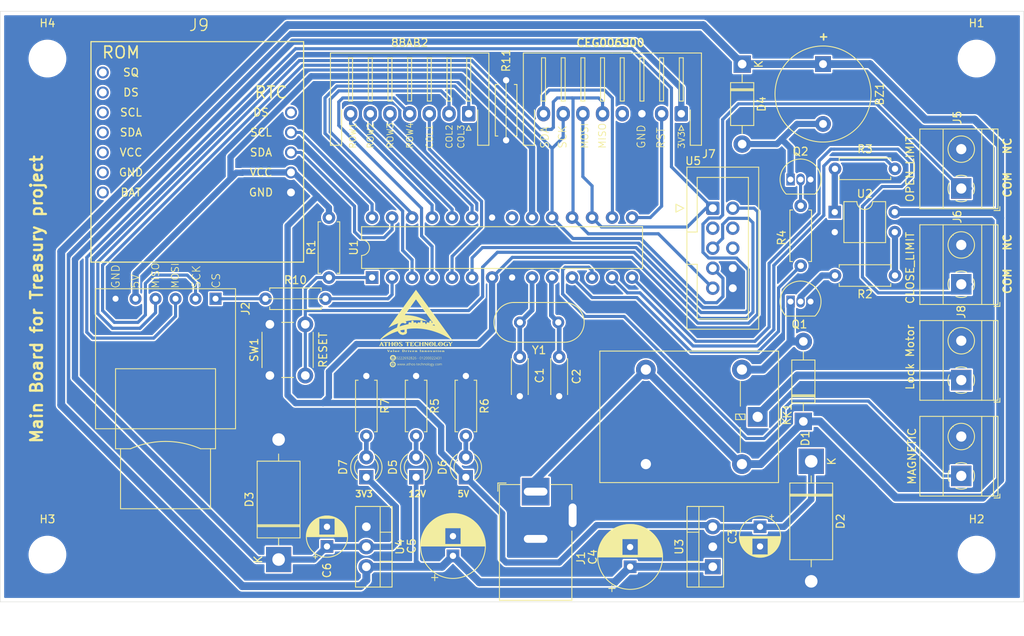
<source format=kicad_pcb>
(kicad_pcb (version 20240108) (generator "pcbnew") (generator_version "8.0")
  (layers (0 "F.Cu" signal) (31 "B.Cu" signal) (34 "B.Paste" user) (35 "F.Paste" user) (36 "B.SilkS" user "B.Silkscreen") (37 "F.SilkS" user "F.Silkscreen") (38 "B.Mask" user) (39 "F.Mask" user) (44 "Edge.Cuts" user))
  (net 0 "")
  (net 1 "+12V")
  (net 2 "+5V")
  (net 3 "GND")
  (net 4 "+3.3V")
  (net 5 "/MISO")
  (net 6 "/MOSI")
  (net 7 "/ROW4")
  (net 8 "/ROW2")
  (net 9 "/COL1")
  (net 10 "/COL2")
  (net 11 "/ROW1")
  (net 12 "/ROW3")
  (net 13 "/COL3")
  (net 14 "Net-(Q1-B)")
  (net 16 "Net-(U1-XTAL1{slash}PB6)")
  (net 17 "Net-(U1-XTAL2{slash}PB7)")
  (net 18 "Net-(R3-Pad2)")
  (net 19 "/RELAY")
  (net 20 "Net-(BZ1--)")
  (net 21 "/SPI_SCK")
  (net 22 "/SD_CS")
  (net 23 "/I2C_SCL")
  (net 24 "/I2C_SDA")
  (net 25 "/CLOSED_PROXIMITY")
  (net 26 "/OPEN_LIMIT")
  (net 27 "/CLOSE_LIMIT")
  (net 28 "Net-(Q2-B)")
  (net 29 "/BUZZER")
  (net 30 "/RFID_RST")
  (net 31 "/SPI_SDA")
  (net 32 "/RESET")
  (net 37 "Net-(D5-K)")
  (net 38 "Net-(D6-K)")
  (net 39 "Net-(D7-K)")
  (net 42 "Net-(J8-Pin_1)")
  (net 49 "Net-(R2-Pad1)")
  (net 50 "Net-(D1-A)")
  (footprint "Capacitor_THT:CP_Radial_D8.0mm_P2.50mm" (layer "F.Cu") (at 142.5 134.54 90)
    (property "Reference" "C4")
    (property "Value" "100uf")
  )
  (footprint "Relay_THT:Relay_SPDT_Omron-G5LE-1" (layer "F.Cu") (at 158.7 115.5 -90)
    (property "Reference" "K1")
    (property "Value" "G5LE-1")
  )
  (footprint "LED_THT:LED_D3.0mm" (layer "F.Cu") (at 115.320375 123.17 90)
    (property "Reference" "D5")
    (property "Value" "LED")
  )
  (footprint "TerminalBlock_Phoenix:TerminalBlock_Phoenix_MKDS-1,5-2_1x02_P5.00mm_Horizontal" (layer "F.Cu") (at 184.555 123 90)
    (property "Reference" "MAGNETIC")
    (property "Value" "CLOSE_LIMIT")
  )
  (footprint "Capacitor_THT:CP_Radial_D5.0mm_P2.50mm" (layer "F.Cu") (at 104 131.96 90)
    (property "Reference" "C6")
    (property "Value" "10uf")
  )
  (footprint "Crystal:Crystal_HC49-4H_Vertical" (layer "F.Cu") (at 133.38 103.5 180)
    (property "Reference" "Y1")
    (property "Value" "Crystal")
  )
  (footprint "Connector_BarrelJack:BarrelJack_Horizontal" (layer "F.Cu") (at 130.5 125 90)
    (property "Reference" "J1")
    (property "Value" "Barrel_Jack_Switch")
  )
  (footprint "Resistor_THT:R_Axial_DIN0207_L6.3mm_D2.5mm_P7.62mm_Horizontal" (layer "F.Cu") (at 109 110.31 -90)
    (property "Reference" "R7")
    (property "Value" "100")
  )
  (footprint "Capacitor_THT:C_Disc_D4.3mm_W1.9mm_P5.00mm" (layer "F.Cu") (at 128.49 107.88 -90)
    (property "Reference" "C1")
    (property "Value" "C")
  )
  (footprint "Resistor_THT:R_Axial_DIN0207_L6.3mm_D2.5mm_P7.62mm_Horizontal" (layer "F.Cu") (at 104.25 97.81 90)
    (property "Reference" "R1")
    (property "Value" "R")
  )
  (footprint "Diode_THT:D_DO-41_SOD81_P10.16mm_Horizontal" (layer "F.Cu") (at 164.5 116.08 90)
    (property "Reference" "D1")
    (property "Value" "1N4007")
  )
  (footprint "MountingHole:MountingHole_4.3mm_M4_ISO14580" (layer "F.Cu") (at 68.5 133)
    (property "Reference" "H3")
    (property "Value" "MountingHole")
  )
  (footprint "TerminalBlock_Phoenix:TerminalBlock_Phoenix_MKDS-1,5-2_1x02_P5.00mm_Horizontal" (layer "F.Cu") (at 184.555 98.666666 90)
    (property "Reference" "J6")
    (property "Value" "CLOSE_LIMIT")
  )
  (footprint "Package_TO_SOT_THT:TO-92_Inline" (layer "F.Cu") (at 162.875 100.86)
    (property "Reference" "Q1")
    (property "Value" "BC337")
  )
  (footprint "MountingHole:MountingHole_4.3mm_M4_ISO14580" (layer "F.Cu") (at 68.5 70)
    (property "Reference" "H4")
    (property "Value" "MountingHole")
  )
  (footprint "Diode_THT:D_DO-201AD_P15.24mm_Horizontal" (layer "F.Cu") (at 97.85925 133.62 90)
    (property "Reference" "D3")
    (property "Value" "1N5822")
  )
  (footprint "Package_TO_SOT_THT:TO-220-3_Vertical" (layer "F.Cu") (at 109 129.46 -90)
    (property "Reference" "U4")
    (property "Value" "LD1117S33TR_SOT223")
  )
  (footprint "Button_Switch_THT:SW_PUSH_6mm" (layer "F.Cu") (at 96.75 110.25 90)
    (property "Reference" "SW1")
    (property "Value" "SW_Push")
  )
  (footprint "Resistor_THT:R_Axial_DIN0207_L6.3mm_D2.5mm_P7.62mm_Horizontal" (layer "F.Cu") (at 121.64075 110.31 -90)
    (property "Reference" "R6")
    (property "Value" "330")
  )
  (footprint "Resistor_THT:R_Axial_DIN0207_L6.3mm_D2.5mm_P7.62mm_Horizontal" (layer "F.Cu") (at 96.19 100.5)
    (property "Reference" "R10")
    (property "Value" "0")
  )
  (footprint "Capacitor_THT:CP_Radial_D8.0mm_P2.50mm" (layer "F.Cu") (at 120 133.152651 90)
    (property "Reference" "C5")
    (property "Value" "100uf")
  )
  (footprint "LED_THT:LED_D3.0mm" (layer "F.Cu") (at 121.64075 123.17 90)
    (property "Reference" "D6")
    (property "Value" "LED")
  )
  (footprint "Buzzer_Beeper:Buzzer_12x9.5RM7.6" (layer "F.Cu") (at 167 70.7 -90)
    (property "Reference" "BZ1")
    (property "Value" "Buzzer")
  )
  (footprint "Diode_THT:D_DO-41_SOD81_P10.16mm_Horizontal" (layer "F.Cu") (at 156.73 70.7 -90)
    (property "Reference" "D4")
    (property "Value" "1N4007")
  )
  (footprint "Resistor_THT:R_Axial_DIN0207_L6.3mm_D2.5mm_P7.62mm_Horizontal" (layer "F.Cu") (at 115.320375 110.31 -90)
    (property "Reference" "R5")
    (property "Value" "1k")
  )
  (footprint "TerminalBlock_Phoenix:TerminalBlock_Phoenix_MKDS-1,5-2_1x02_P5.00mm_Horizontal" (layer "F.Cu") (at 184.555 86.5 90)
    (property "Reference" "J5")
    (property "Value" "OPEN_LIMIT")
  )
  (footprint "Diode_THT:D_DO-201AD_P15.24mm_Horizontal" (layer "F.Cu") (at 165.5 121.15 -90)
    (property "Reference" "D2")
    (property "Value" "1N5822")
  )
  (footprint "Connector_JST:JST_XH_S8B-XH-A-1_1x08_P2.50mm_Horizontal" (layer "F.Cu") (at 149 77 180)
    (property "Reference" "U5")
    (property "Value" "CEG006900")
  )
  (footprint "Connector_IDC:IDC-Header_2x05_P2.54mm_Vertical" (layer "F.Cu") (at 153 89)
    (property "Reference" "J7")
    (property "Value" "ISP")
  )
  (footprint "Capacitor_THT:CP_Radial_D5.0mm_P2.50mm" (layer "F.Cu") (at 159 129.46 -90)
    (property "Reference" "C3")
    (property "Value" "10uf")
  )
  (footprint "Resistor_THT:R_Axial_DIN0207_L6.3mm_D2.5mm_P7.62mm_Horizontal" (layer "F.Cu") (at 164.165 96.31 90)
    (property "Reference" "R4")
    (property "Value" "1k")
  )
  (footprint "CrumpPrints.pretty-master:Tiny_RTC_DS1307" (layer "F.Cu") (at 88 84.42)
    (property "Reference" "J9")
    (property "Value" "Conn_01x12_Pin" (hide yes))
  )
  (footprint "MountingHole:MountingHole_4.3mm_M4_ISO14580" (layer "F.Cu") (at 186.5 70)
    (property "Reference" "H1")
    (property "Value" "MountingHole")
  )
  (footprint "Package_DIP:DIP-28_W7.62mm" (layer "F.Cu") (at 109.73 97.81 90)
    (property "Reference" "U1")
    (property "Value" "ATmega328-P")
  )
  (footprint "Package_DIP:DIP-4_W7.62mm" (layer "F.Cu") (at 168.49 89.5)
    (property "Reference" "U2")
    (property "Value" "PC817")
  )
  (footprint "LED_THT:LED_D3.0mm" (layer "F.Cu") (at 109 123.17 90)
    (property "Reference" "D7")
    (property "Value" "LED")
  )
  (footprint "TerminalBlock_Phoenix:TerminalBlock_Phoenix_MKDS-1,5-2_1x02_P5.00mm_Horizontal" (layer "F.Cu") (at 184.555 110.833332 90)
    (property "Reference" "J8")
    (property "Value" "Lock Motor")
  )
  (footprint "Resistor_THT:R_Axial_DIN0207_L6.3mm_D2.5mm_P7.62mm_Horizontal" (layer "F.Cu") (at 126.75 80.37 90)
    (property "Reference" "R11")
    (property "Value" "0")
  )
  (footprint "Package_TO_SOT_THT:TO-92_Inline" (layer "F.Cu") (at 162.875 85.36)
    (property "Reference" "Q2")
    (property "Value" "BC337")
  )
  (footprint "Resistor_THT:R_Axial_DIN0207_L6.3mm_D2.5mm_P7.62mm_Horizontal" (layer "F.Cu") (at 176.14 84 180)
    (property "Reference" "R3")
    (property "Value" "1k")
  )
  (footprint "Capacitor_THT:C_Disc_D4.3mm_W1.9mm_P5.00mm" (layer "F.Cu") (at 133.49 107.88 -90)
    (property "Reference" "C2")
    (property "Value" "C")
  )
  (footprint "Resistor_THT:R_Axial_DIN0207_L6.3mm_D2.5mm_P7.62mm_Horizontal" (layer "F.Cu") (at 176.14 97.55 180)
    (property "Reference" "R2")
    (property "Value" "1k")
  )
  (footprint "Package_TO_SOT_THT:TO-220-3_Vertical" (layer "F.Cu") (at 153 134.54 90)
    (property "Reference" "U3")
    (property "Value" "L7805")
  )
  (footprint "Charleslabs_Parts:SD_Card_Module" (layer "F.Cu") (at 89.85 100.5 -90)
    (property "Reference" "J2")
    (property "Value" "SD CARD")
  )
  (footprint "logo:logo10mm" (layer "F.Cu") (at 115.25 104.25)
    (property "Reference" "G***")
    (property "Value" "LOGO" (hide yes))
  )
  (footprint "Connector_JST:JST_XH_S7B-XH-A-1_1x07_P2.50mm_Horizontal" (layer "F.Cu") (at 122 77 180)
    (property "Reference" "MOD1" (hide yes))
    (property "Value" "88AB2")
  )
  (footprint "MountingHole:MountingHole_4.3mm_M4_ISO14580" (layer "F.Cu") (at 186.5 133)
    (property "Reference" "H2")
    (property "Value" "MountingHole")
  )
  (gr_line (start 103.75 100.5) (end 96.25 100.5) (stroke (width 0.1)) (layer "F.SilkS"))
  (gr_line (start 126.75 72.75) (end 126.75 80.25) (stroke (width 0.1)) (layer "F.SilkS"))
  (gr_rect (start 62.5 64) (end 192.5 139) (stroke (width 0.05)) (fill none) (layer "Edge.Cuts"))
  (gr_text "SCK" (at 134.5 81.5 90) (layer "F.SilkS") (effects (font (size 1 1) (thickness 0.1)) (justify left bottom)))
  (gr_text "NC" (at 191 94.5 90) (layer "F.SilkS") (effects (font (size 1 1) (thickness 0.2) (bold yes)) (justify left bottom)))
  (gr_text "GND" (at 77.75 99.25 90) (layer "F.SilkS") (effects (font (size 1 1) (thickness 0.1)) (justify left bottom)))
  (gr_text "ROW4" (at 115 81.5 90) (layer "F.SilkS") (effects (font (size 0.8 0.8) (thickness 0.1)) (justify left bottom)))
  (gr_text "5V\n" (at 80.25 99.25 90) (layer "F.SilkS") (effects (font (size 1 1) (thickness 0.1)) (justify left bottom)))
  (gr_text "12V" (at 114.25 125.75 0) (layer "F.SilkS") (effects (font (size 0.8 0.8) (thickness 0.16) (bold yes)) (justify left bottom)))
  (gr_text "3V3" (at 107.5 125.75 0) (layer "F.SilkS") (effects (font (size 0.8 0.8) (thickness 0.16) (bold yes)) (justify left bottom)))
  (gr_text "RESET\n" (at 103.5 107 90) (layer "F.SilkS") (effects (font (size 1 1))))
  (gr_text "SCK" (at 88 99.25 90) (layer "F.SilkS") (effects (font (size 1 1) (thickness 0.1)) (justify left bottom)))
  (gr_text "COL1" (at 117.5 81.5 90) (layer "F.SilkS") (effects (font (size 0.8 0.8) (thickness 0.1)) (justify left bottom)))
  (gr_text "3V3" (at 149.5 81.5 90) (layer "F.SilkS") (effects (font (size 0.8 0.8) (thickness 0.1)) (justify left bottom)))
  (gr_text "COM\n" (at 191 87.75 90) (layer "F.SilkS") (effects (font (size 1 1) (thickness 0.2) (bold yes)) (justify left bottom)))
  (gr_text "SDA" (at 132.25 81.5 90) (layer "F.SilkS") (effects (font (size 1 1) (thickness 0.1)) (justify left bottom)))
  (gr_text "ROW2" (at 110 81.5 90) (layer "F.SilkS") (effects (font (size 0.8 0.8) (thickness 0.1)) (justify left bottom)))
  (gr_text "GND" (at 144.5 81.5 90) (layer "F.SilkS") (effects (font (size 1 1) (thickness 0.1)) (justify left bottom)))
  (gr_text "MOSI" (at 137.25 81.5 90) (layer "F.SilkS") (effects (font (size 0.9 0.9) (thickness 0.1)) (justify left bottom)))
  (gr_text "ROW3" (at 112.5 81.5 90) (layer "F.SilkS") (effects (font (size 0.8 0.8) (thickness 0.1)) (justify left bottom)))
  (gr_text "MISO" (at 139.5 81.5 90) (layer "F.SilkS") (effects (font (size 0.9 0.9) (thickness 0.1)) (justify left bottom)))
  (gr_text "MOSI" (at 85.25 99.25 90) (layer "F.SilkS") (effects (font (size 0.9 0.9) (thickness 0.1)) (justify left bottom)))
  (gr_text "CS" (at 90.5 99.25 90) (layer "F.SilkS") (effects (font (size 1 1) (thickness 0.1)) (justify left bottom)))
  (gr_text "NC" (at 191 82.25 90) (layer "F.SilkS") (effects (font (size 1 1) (thickness 0.2) (bold yes)) (justify left bottom)))
  (gr_text "COM\n" (at 191 100 90) (layer "F.SilkS") (effects (font (size 1 1) (thickness 0.2) (bold yes)) (justify left bottom)))
  (gr_text "COL2" (at 120 81.5 90) (layer "F.SilkS") (effects (font (size 0.8 0.8) (thickness 0.1)) (justify left bottom)))
  (gr_text "COL3\n" (at 121.5 81.5 90) (layer "F.SilkS") (effects (font (size 0.8 0.8) (thickness 0.1)) (justify left bottom)))
  (gr_text "ROW1" (at 107.75 81.5 90) (layer "F.SilkS") (effects (font (size 0.8 0.8) (thickness 0.1)) (justify left bottom)))
  (gr_text "5V" (at 120.5 125.75 0) (layer "F.SilkS") (effects (font (size 0.8 0.8) (thickness 0.16) (bold yes)) (justify left bottom)))
  (gr_text "Main Board for Treasury project" (at 68 119 90) (layer "F.SilkS") (effects (font (size 1.5 1.5) (thickness 0.3) (bold yes)) (justify left bottom)))
  (gr_text "MISO" (at 82.75 99.25 90) (layer "F.SilkS") (effects (font (size 0.9 0.9) (thickness 0.1)) (justify left bottom)))
  (gr_text "RST" (at 147 81.5 90) (layer "F.SilkS") (effects (font (size 1 1) (thickness 0.1)) (justify left bottom)))
  (segment (start 140.54 136.5) (end 123.347349 136.5) (width 1) (layer "B.Cu") (net 1))
  (segment (start 174.5 124) (end 176.25 125.75) (width 1) (layer "B.Cu") (net 1))
  (segment (start 142.5 134.54) (end 140.54 136.5) (width 1) (layer "B.Cu") (net 1))
  (segment (start 153 134.54) (end 153.45 134.09) (width 1) (layer "B.Cu") (net 1))
  (segment (start 189.5 90.25) (end 188.75 89.5) (width 1) (layer "B.Cu") (net 1))
  (segment (start 108.25 137) (end 93.25 137) (width 1) (layer "B.Cu") (net 1))
  (segment (start 118.612651 134.54) (end 120 133.152651) (width 1) (layer "B.Cu") (net 1))
  (segment (start 109 134.54) (end 118.612651 134.54) (width 1) (layer "B.Cu") (net 1))
  (segment (start 99 65.75) (end 151.78 65.75) (width 1) (layer "B.Cu") (net 1))
  (segment (start 174.5 123.98) (end 174.5 124) (width 1) (layer "B.Cu") (net 1))
  (segment (start 144.5 109.5) (end 156.5 121.5) (width 1) (layer "B.Cu") (net 1))
  (segment (start 156.73 70.7) (end 167 70.7) (width 1) (layer "B.Cu") (net 1))
  (segment (start 142.5 134.54) (end 153 134.54) (width 1) (layer "B.Cu") (net 1))
  (segment (start 109 136.25) (end 108.25 137) (width 1) (layer "B.Cu") (net 1))
  (segment (start 187.25 125.75) (end 189.5 123.5) (width 1) (layer "B.Cu") (net 1))
  (segment (start 176.25 125.75) (end 187.25 125.75) (width 1) (layer "B.Cu") (net 1))
  (segment (start 186.25 77.75) (end 189.5 81) (width 1) (layer "B.Cu") (net 1))
  (segment (start 164.5 116.08) (end 166.6 116.08) (width 1) (layer "B.Cu") (net 1))
  (segment (start 115.320375 123.17) (end 115.320375 133.860375) (width 0.6) (layer "B.Cu") (net 1))
  (segment (start 166.6 116.08) (end 174.5 123.98) (width 1) (layer "B.Cu") (net 1))
  (segment (start 130.5 125) (end 130.5 123.5) (width 1) (layer "B.Cu") (net 1))
  (segment (start 189.5 123.5) (end 189.5 90.25) (width 1) (layer "B.Cu") (net 1))
  (segment (start 70.25 114) (end 70.25 94.5) (width 1) (layer "B.Cu") (net 1))
  (segment (start 159.08 121.5) (end 156.7 121.5) (width 1) (layer "B.Cu") (net 1))
  (segment (start 115.320375 133.860375) (end 116 134.54) (width 0.6) (layer "B.Cu") (net 1))
  (segment (start 93.25 137) (end 70.25 114) (width 1) (layer "B.Cu") (net 1))
  (segment (start 130.5 123.5) (end 144.5 109.5) (width 1) (layer "B.Cu") (net 1))
  (segment (start 123.347349 136.5) (end 120 133.152651) (width 1) (layer "B.Cu") (net 1))
  (segment (start 109 134.54) (end 109 136.25) (width 1) (layer "B.Cu") (net 1))
  (segment (start 188.75 89.5) (end 176.11 89.5) (width 1) (layer "B.Cu") (net 1))
  (segment (start 70.25 94.5) (end 99 65.75) (width 1) (layer "B.Cu") (net 1))
  (segment (start 151.78 65.75) (end 156.73 70.7) (width 1) (layer "B.Cu") (net 1))
  (segment (start 189.5 81) (end 189.5 90.25) (width 1) (layer "B.Cu") (net 1))
  (segment (start 156.5 121.5) (end 156.7 121.5) (width 1) (layer "B.Cu") (net 1))
  (segment (start 180 77.75) (end 186.25 77.75) (width 1) (layer "B.Cu") (net 1))
  (segment (start 172.95 70.7) (end 180 77.75) (width 1) (layer "B.Cu") (net 1))
  (segment (start 164.5 116.08) (end 159.08 121.5) (width 1) (layer "B.Cu") (net 1))
  (segment (start 167 70.7) (end 172.95 70.7) (width 1) (layer "B.Cu") (net 1))
  (segment (start 104.25 109.75) (end 104.25 113) (width 0.8) (layer "B.Cu") (net 2))
  (segment (start 126.75 134) (end 133.5 134) (width 0.8) (layer "B.Cu") (net 2))
  (segment (start 157.547056 103.6) (end 151.1 103.6) (width 0.4) (layer "B.Cu") (net 2))
  (segment (start 124.97 104.53) (end 123.25 106.25) (width 0.8) (layer "B.Cu") (net 2))
  (segment (start 91.75 82.5) (end 91.75 85.25) (width 0.8) (layer "B.Cu") (net 2))
  (segment (start 159 129.46) (end 162.04 129.46) (width 0.8) (layer "B.Cu") (net 2))
  (segment (start 162.04 129.46) (end 165.5 126) (width 0.8) (layer "B.Cu") (net 2))
  (segment (start 158.25 89) (end 158.7 89.45) (width 0.4) (layer "B.Cu") (net 2))
  (segment (start 121.64075 123.17) (end 118.5 120.02925) (width 0.8) (layer "B.Cu") (net 2))
  (segment (start 93.25 84.5) (end 93.29 84.46) (width 0.8) (layer "B.Cu") (net 2))
  (segment (start 104.25 90.19) (end 104.25 88.94) (width 0.8) (layer "B.Cu") (net 2))
  (segment (start 91.75 85.25) (end 92.5 84.5) (width 0.8) (layer "B.Cu") (net 2))
  (segment (start 93.29 84.46) (end 99.43 84.46) (width 0.8) (layer "B.Cu") (net 2))
  (segment (start 130.05 81.3) (end 121 72.25) (width 0.8) (layer "B.Cu") (net 2))
  (segment (start 153 129.46) (end 159 129.46) (width 0.8) (layer "B.Cu") (net 2))
  (segment (start 121 72.25) (end 102 72.25) (width 0.8) (layer "B.Cu") (net 2))
  (segment (start 115.5 113.75) (end 103.5 113.75) (width 0.8) (layer "B.Cu") (net 2))
  (segment (start 104.25 113) (end 103.5 113.75) (width 0.8) (layer "B.Cu") (net 2))
  (segment (start 130.05 90.19) (end 130.05 81.3) (width 0.8) (layer "B.Cu") (net 2))
  (segment (start 133.5 134) (end 138.25 129.25) (width 0.8) (layer "B.Cu") (net 2))
  (segment (start 123.25 106.25) (end 107.75 106.25) (width 0.8) (layer "B.Cu") (net 2))
  (segment (start 155.54 89) (end 158.25 89) (width 0.4) (layer "B.Cu") (net 2))
  (segment (start 99.77 84.46) (end 99.43 84.46) (width 0.8) (layer "B.Cu") (net 2))
  (segment (start 92.5 84.5) (end 93.25 84.5) (width 0.8) (layer "B.Cu") (net 2))
  (segment (start 107.75 106.25) (end 104.25 109.75) (width 0.8) (layer "B.Cu") (net 2))
  (segment (start 104.25 88.94) (end 102.78 87.47) (width 0.8) (layer "B.Cu") (net 2))
  (segment (start 79.69 100.5) (end 79.69 97.31) (width 0.8) (layer "B.Cu") (net 2))
  (segment (start 118.5 120.02925) (end 118.5 116.75) (width 0.8) (layer "B.Cu") (net 2))
  (segment (start 99 91.25) (end 102.78 87.47) (width 0.8) (layer "B.Cu") (net 2))
  (segment (start 138.25 129.25) (end 152.79 129.25) (width 0.8) (layer "B.Cu") (net 2))
  (segment (start 118.5 116.75) (end 115.5 113.75) (width 0.8) (layer "B.Cu") (net 2))
  (segment (start 142.75 95.25) (end 127.53 95.25) (width 0.4) (layer "B.Cu") (net 2))
  (segment (start 121.64075 123.17) (end 126.25 127.77925) (width 0.8) (layer "B.Cu") (net 2))
  (segment (start 102.78 87.47) (end 99.77 84.46) (width 0.8) (layer "B.Cu") (net 2))
  (segment (start 79.69 97.31) (end 92.5 84.5) (width 0.8) (layer "B.Cu") (net 2))
  (segment (start 126.25 133.5) (end 126.75 134) (width 0.8) (layer "B.Cu") (net 2))
  (segment (start 165.5 126) (end 165.5 121.15) (width 0.8) (layer "B.Cu") (net 2))
  (segment (start 158.7 89.45) (end 158.7 102.447056) (width 0.4) (layer "B.Cu") (net 2))
  (segment (start 151.1 103.6) (end 142.75 95.25) (width 0.4) (layer "B.Cu") (net 2))
  (segment (start 99 112.75) (end 99 91.25) (width 0.8) (layer "B.Cu") (net 2))
  (segment (start 127.53 95.25) (end 124.97 97.81) (width 0.4) (layer "B.Cu") (net 2))
  (segment (start 158.7 102.447056) (end 157.547056 103.6) (width 0.4) (layer "B.Cu") (net 2))
  (segment (start 124.97 97.81) (end 124.97 104.53) (width 0.8) (layer "B.Cu") (net 2))
  (segment (start 103.5 113.75) (end 100 113.75) (width 0.8) (layer "B.Cu") (net 2))
  (segment (start 126.25 127.77925) (end 126.25 133.5) (width 0.8) (layer "B.Cu") (net 2))
  (segment (start 100 113.75) (end 99 112.75) (width 0.8) (layer "B.Cu") (net 2))
  (segment (start 152.79 129.25) (end 153 129.46) (width 0.8) (layer "B.Cu") (net 2))
  (segment (start 102 72.25) (end 91.75 82.5) (width 0.8) (layer "B.Cu") (net 2))
  (segment (start 112.75 131.5) (end 112.75 126.92) (width 0.8) (layer "B.Cu") (net 4))
  (segment (start 104.04 132) (end 104 131.96) (width 0.8) (layer "B.Cu") (net 4))
  (segment (start 95.08925 133.62) (end 72 110.53075) (width 0.8) (layer "B.Cu") (net 4))
  (segment (start 102.34 133.62) (end 104 131.96) (width 0.8) (layer "B.Cu") (net 4))
  (segment (start 72 95.5) (end 99.65 67.85) (width 0.8) (layer "B.Cu") (net 4))
  (segment (start 112.75 126.92) (end 109 123.17) (width 0.8) (layer "B.Cu") (net 4))
  (segment (start 109 132) (end 104.04 132) (width 0.8) (layer "B.Cu") (net 4))
  (segment (start 72 110.53075) (end 72 95.5) (width 0.8) (layer "B.Cu") (net 4))
  (segment (start 112.25 132) (end 112.75 131.5) (width 0.8) (layer "B.Cu") (net 4))
  (segment (start 149 73.75) (end 149 77) (width 0.8) (layer "B.Cu") (net 4))
  (segment (start 97.85925 133.62) (end 102.34 133.62) (width 0.8) (layer "B.Cu") (net 4))
  (segment (start 97.85925 133.62) (end 95.08925 133.62) (width 0.8) (layer "B.Cu") (net 4))
  (segment (start 143.1 67.85) (end 149 73.75) (width 0.8) (layer "B.Cu") (net 4))
  (segment (start 99.65 67.85) (end 143.1 67.85) (width 0.8) (layer "B.Cu") (net 4))
  (segment (start 109 132) (end 112.25 132) (width 0.8) (layer "B.Cu") (net 4))
  (segment (start 131.125 79) (end 122.375 70.25) (width 0.4) (layer "B.Cu") (net 5))
  (segment (start 132.5 79) (end 131.125 79) (width 0.4) (layer "B.Cu") (net 5))
  (segment (start 135.25 90.07) (end 135.25 75.107233) (width 0.4) (layer "B.Cu") (net 5))
  (segment (start 135.142767 75) (end 138.5 75) (width 0.4) (layer "B.Cu") (net 5))
  (segment (start 137.19 92.25) (end 135.13 90.19) (width 0.4) (layer "B.Cu") (net 5))
  (segment (start 153 99.16) (end 146.09 92.25) (width 0.4) (layer "B.Cu") (net 5))
  (segment (start 74.9 95.85) (end 74.9 102.4) (width 0.4) (layer "B.Cu") (net 5))
  (segment (start 139 75.5) (end 139 77) (width 0.4) (layer "B.Cu") (net 5))
  (segment (start 133.25 75) (end 132.75 75.5) (width 0.4) (layer "B.Cu") (net 5))
  (segment (start 135.25 75.107233) (end 135.142767 75) (width 0.4) (layer "B.Cu") (net 5))
  (segment (start 138.5 75) (end 139 75.5) (width 0.4) (layer "B.Cu") (net 5))
  (segment (start 135.13 90.19) (end 135.25 90.07) (width 0.4) (layer "B.Cu") (net 5))
  (segment (start 132.75 78.75) (end 132.5 79) (width 0.4) (layer "B.Cu") (net 5))
  (segment (start 132.75 75.5) (end 132.75 78.75) (width 0.4) (layer "B.Cu") (net 5))
  (segment (start 135.142767 75) (end 133.25 75) (width 0.4) (layer "B.Cu") (net 5))
  (segment (start 82.23 102.27) (end 82.23 100.5) (width 0.4) (layer "B.Cu") (net 5))
  (segment (start 74.9 102.4) (end 76.75 104.25) (width 0.4) (layer "B.Cu") (net 5))
  (segment (start 146.09 92.25) (end 137.19 92.25) (width 0.4) (layer "B.Cu") (net 5))
  (segment (start 100.5 70.25) (end 74.9 95.85) (width 0.4) (layer "B.Cu") (net 5))
  (segment (start 80.25 104.25) (end 82.23 102.27) (width 0.4) (layer "B.Cu") (net 5))
  (segment (start 122.375 70.25) (end 100.5 70.25) (width 0.4) (layer "B.Cu") (net 5))
  (segment (start 76.75 104.25) (end 80.25 104.25) (width 0.4) (layer "B.Cu") (net 5))
  (segment (start 74.25 105.5) (end 82 105.5) (width 0.4) (layer "B.Cu") (net 6))
  (segment (start 136.5 85) (end 136.5 77) (width 0.4) (layer "B.Cu") (net 6))
  (segment (start 147.75 83.75) (end 147.75 73.75) (width 0.4) (layer "B.Cu") (net 6))
  (segment (start 142.75 68.75) (end 100 68.75) (width 0.4) (layer "B.Cu") (net 6))
  (segment (start 100 68.75) (end 73.5 95.25) (width 0.4) (layer "B.Cu") (net 6))
  (segment (start 137.67 90.19) (end 138.87 91.39) (width 0.4) (layer "B.Cu") (net 6))
  (segment (start 153 89) (end 147.75 83.75) (width 0.4) (layer "B.Cu") (net 6))
  (segment (start 82 105.5) (end 84.77 102.73) (width 0.4) (layer "B.Cu") (net 6))
  (segment (start 137.67 86.17) (end 136.5 85) (width 0.4) (layer "B.Cu") (net 6))
  (segment (start 73.5 104.75) (end 74.25 105.5) (width 0.4) (layer "B.Cu") (net 6))
  (segment (start 149.76 91.39) (end 152.15 89) (width 0.4) (layer "B.Cu") (net 6))
  (segment (start 137.67 90.19) (end 137.67 86.17) (width 0.4) (layer "B.Cu") (net 6))
  (segment (start 73.5 95.25) (end 73.5 104.75) (width 0.4) (layer "B.Cu") (net 6))
  (segment (start 152.15 89) (end 153 89) (width 0.4) (layer "B.Cu") (net 6))
  (segment (start 147.75 73.75) (end 142.75 68.75) (width 0.4) (layer "B.Cu") (net 6))
  (segment (start 84.77 102.73) (end 84.77 100.5) (width 0.4) (layer "B.Cu") (net 6))
  (segment (start 138.87 91.39) (end 149.76 91.39) (width 0.4) (layer "B.Cu") (net 6))
  (segment (start 116.01 92.51) (end 116.01 89.01) (width 0.4) (layer "B.Cu") (net 7))
  (segment (start 117.35 97.81) (end 117.35 93.85) (width 0.4) (layer "B.Cu") (net 7))
  (segment (start 116.01 89.01) (end 105.5 78.5) (width 0.4) (layer "B.Cu") (net 7))
  (segment (start 117.35 93.85) (end 116.01 92.51) (width 0.4) (layer "B.Cu") (net 7))
  (segment (start 106 75) (end 112.5 75) (width 0.4) (layer "B.Cu") (net 7))
  (segment (start 105.5 78.5) (end 105.5 75.5) (width 0.4) (layer "B.Cu") (net 7))
  (segment (start 112.5 75) (end 114.5 77) (width 0.4) (layer "B.Cu") (net 7))
  (segment (start 105.5 75.5) (end 106 75) (width 0.4) (layer "B.Cu") (net 7))
  (segment (start 109.5 78.75) (end 119.89 89.14) (width 0.4) (layer "B.Cu") (net 8))
  (segment (start 109.5 77) (end 109.5 78.75) (width 0.4) (layer "B.Cu") (net 8))
  (segment (start 119.89 89.14) (end 119.89 90.19) (width 0.4) (layer "B.Cu") (net 8))
  (segment (start 122 75.25) (end 120.25 73.5) (width 0.4) (layer "B.Cu") (net 9))
  (segment (start 113.61 89.360001) (end 113.61 94.36) (width 0.4) (layer "B.Cu") (net 9))
  (segment (start 122 77) (end 122 75.25) (width 0.4) (layer "B.Cu") (net 9))
  (segment (start 105.25 73.5) (end 103.75 75) (width 0.4) (layer "B.Cu") (net 9))
  (segment (start 103.75 75) (end 103.75 79.500001) (width 0.4) (layer "B.Cu") (net 9))
  (segment (start 103.75 79.500001) (end 113.61 89.360001) (width 0.4) (layer "B.Cu") (net 9))
  (segment (start 120.25 73.5) (end 105.25 73.5) (width 0.4) (layer "B.Cu") (net 9))
  (segment (start 114.81 95.56) (end 114.81 97.81) (width 0.4) (layer "B.Cu") (net 9))
  (segment (start 113.61 94.36) (end 114.81 95.56) (width 0.4) (layer "B.Cu") (net 9))
  (segment (start 119.5 77) (end 119.5 75.1) (width 0.4) (layer "B.Cu") (net 10))
  (segment (start 119.5 75.1) (end 118.5 74.1) (width 0.4) (layer "B.Cu") (net 10))
  (segment (start 105.498528 74.1) (end 104.424264 75.174264) (width 0.4) (layer "B.Cu") (net 10))
  (segment (start 104.424264 75.174264) (end 104.424264 79.325737) (width 0.4) (layer "B.Cu") (net 10))
  (segment (start 104.424264 79.325737) (end 114.81 89.711473) (width 0.4) (layer "B.Cu") (net 10))
  (segment (start 118.5 74.1) (end 105.498528 74.1) (width 0.4) (layer "B.Cu") (net 10))
  (segment (start 114.81 89.711473) (end 114.81 90.19) (width 0.4) (layer "B.Cu") (net 10))
  (segment (start 107 77) (end 107 78.25) (width 0.4) (layer "B.Cu") (net 11))
  (segment (start 107 78.25) (end 117.35 88.6) (width 0.4) (layer "B.Cu") (net 11))
  (segment (start 117.35 88.6) (end 117.35 90.19) (width 0.4) (layer "B.Cu") (net 11))
  (segment (start 112 77) (end 112 78.25) (width 0.4) (layer "B.Cu") (net 12))
  (segment (start 112 78.25) (end 122.43 88.68) (width 0.4) (layer "B.Cu") (net 12))
  (segment (start 122.43 88.68) (end 122.43 90.19) (width 0.4) (layer "B.Cu") (net 12))
  (segment (start 119.89 95.124415) (end 119.89 97.81) (width 0.4) (layer "B.Cu") (net 13))
  (segment (start 123.63 88.13) (end 123.63 91.384415) (width 0.4) (layer "B.Cu") (net 13))
  (segment (start 123.63 91.384415) (end 119.89 95.124415) (width 0.4) (layer "B.Cu") (net 13))
  (segment (start 117 81.5) (end 123.63 88.13) (width 0.4) (layer "B.Cu") (net 13))
  (segment (start 117 77) (end 117 81.5) (width 0.4) (layer "B.Cu") (net 13))
  (segment (start 164.145 100.86) (end 164.145 100.27) (width 0.8) (layer "B.Cu") (net 14))
  (segment (start 166.865 97.55) (end 168.52 97.55) (width 0.8) (layer "B.Cu") (net 14))
  (segment (start 164.145 100.27) (end 166.865 97.55) (width 0.8) (layer "B.Cu") (net 14))
  (segment (start 128.49 103.51) (end 128.5 103.5) (width 0.6) (layer "B.Cu") (net 16))
  (segment (start 128.5 103.5) (end 130.05 101.95) (width 0.6) (layer "B.Cu") (net 16))
  (segment (start 130.05 101.95) (end 130.05 97.81) (width 0.6) (layer "B.Cu") (net 16))
  (segment (start 128.49 107.88) (end 128.49 103.51) (width 0.6) (layer "B.Cu") (net 16))
  (segment (start 132.5 102.62) (end 132.5 97.9) (width 0.6) (layer "B.Cu") (net 17))
  (segment (start 133.49 107.88) (end 133.49 103.61) (width 0.6) (layer "B.Cu") (net 17))
  (segment (start 133.49 103.61) (end 133.38 103.5) (width 0.6) (layer "B.Cu") (net 17))
  (segment (start 133.38 103.5) (end 132.5 102.62) (width 0.6) (layer "B.Cu") (net 17))
  (segment (start 132.5 97.9) (end 132.59 97.81) (width 0.6) (layer "B.Cu") (net 17))
  (segment (start 168.49 89.5) (end 168.49 84.03) (width 0.8) (layer "B.Cu") (net 18))
  (segment (start 168.49 84.03) (end 168.52 84) (width 0.8) (layer "B.Cu") (net 18))
  (segment (start 158.651472 106.5) (end 150.5 106.5) (width 0.4) (layer "B.Cu") (net 19))
  (segment (start 150.5 106.5) (end 143.75 99.75) (width 0.4) (layer "B.Cu") (net 19))
  (segment (start 174.94 82.8) (end 167.95 82.8) (width 0.4) (layer "B.Cu") (net 19))
  (segment (start 167.1 89.913528) (end 160.75 96.263528) (width 0.4) (layer "B.Cu") (net 19))
  (segment (start 142.15 99.75) (end 140.21 97.81) (width 0.4) (layer "B.Cu") (net 19))
  (segment (start 176.14 84) (end 174.94 82.8) (width 0.4) (layer "B.Cu") (net 19))
  (segment (start 167.95 82.8) (end 167.1 83.65) (width 0.4) (layer "B.Cu") (net 19))
  (segment (start 143.75 99.75) (end 142.15 99.75) (width 0.4) (layer "B.Cu") (net 19))
  (segment (start 167.1 83.65) (end 167.1 89.913528) (width 0.4) (layer "B.Cu") (net 19))
  (segment (start 160.75 104.401472) (end 158.651472 106.5) (width 0.4) (layer "B.Cu") (net 19))
  (segment (start 160.75 96.263528) (end 160.75 104.401472) (width 0.4) (layer "B.Cu") (net 19))
  (segment (start 167 78.3) (end 163.7 78.3) (width 0.8) (layer "B.Cu") (net 20))
  (segment (start 162.875 81.375) (end 161.75 80.25) (width 0.8) (layer "B.Cu") (net 20))
  (segment (start 163.7 78.3) (end 161.75 80.25) (width 0.8) (layer "B.Cu") (net 20))
  (segment (start 162.875 85.36) (end 162.875 81.375) (width 0.8) (layer "B.Cu") (net 20))
  (segment (start 161.14 80.86) (end 156.73 80.86) (width 0.8) (layer "B.Cu") (net 20))
  (segment (start 161.75 80.25) (end 161.14 80.86) (width 0.8) (layer "B.Cu") (net 20))
  (segment (start 86.25 97.5) (end 87.31 98.56) (width 0.4) (layer "B.Cu") (net 21))
  (segment (start 153 96.62) (end 154.29 97.91) (width 0.4) (layer "B.Cu") (net 21))
  (segment (start 80.94 98.56) (end 80.94 102.56) (width 0.4) (layer "B.Cu") (net 21))
  (segment (start 132.59 81.41) (end 132.59 90.19) (width 0.4) (layer "B.Cu") (net 21))
  (segment (start 87.31 98.56) (end 87.31 100.5) (width 0.4) (layer "B.Cu") (net 21))
  (segment (start 143.85 92.85) (end 135.25 92.85) (width 0.4) (layer "B.Cu") (net 21))
  (segment (start 100.9 70.85) (end 75.5 96.25) (width 0.4) (layer "B.Cu") (net 21))
  (segment (start 132.59 81.41) (end 134 80) (width 0.4) (layer "B.Cu") (net 21))
  (segment (start 132.59 81.41) (end 122.03 70.85) (width 0.4) (layer "B.Cu") (net 21))
  (segment (start 154.29 100.21) (end 153.5 101) (width 0.4) (layer "B.Cu") (net 21))
  (segment (start 135.25 92.85) (end 132.59 90.19) (width 0.4) (layer "B.Cu") (net 21))
  (segment (start 75.5 96.25) (end 75.5 102) (width 0.4) (layer "B.Cu") (net 21))
  (segment (start 82 97.5) (end 86.25 97.5) (width 0.4) (layer "B.Cu") (net 21))
  (segment (start 153.5 101) (end 152 101) (width 0.4) (layer "B.Cu") (net 21))
  (segment (start 152 101) (end 143.85 92.85) (width 0.4) (layer "B.Cu") (net 21))
  (segment (start 80.94 98.56) (end 82 97.5) (width 0.4) (layer "B.Cu") (net 21))
  (segment (start 80 103.5) (end 80.94 102.56) (width 0.4) (layer "B.Cu") (net 21))
  (segment (start 122.03 70.85) (end 100.9 70.85) (width 0.4) (layer "B.Cu") (net 21))
  (segment (start 75.5 102) (end 77 103.5) (width 0.4) (layer "B.Cu") (net 21))
  (segment (start 134 80) (end 134 77) (width 0.4) (layer "B.Cu") (net 21))
  (segment (start 154.29 97.91) (end 154.29 100.21) (width 0.4) (layer "B.Cu") (net 21))
  (segment (start 77 103.5) (end 80 103.5) (width 0.4) (layer "B.Cu") (net 21))
  (segment (start 112.27 97.81) (end 112.27 99.98) (width 0.4) (layer "B.Cu") (net 22))
  (segment (start 111.75 100.5) (end 103.81 100.5) (width 0.4) (layer "B.Cu") (net 22))
  (segment (start 89.85 100.5) (end 96.19 100.5) (width 0.4) (layer "B.Cu") (net 22))
  (segment (start 112.27 99.98) (end 111.75 100.5) (width 0.4) (layer "B.Cu") (net 22))
  (segment (start 109.73 88.48) (end 109.73 90.19) (width 0.4) (layer "B.Cu") (net 23))
  (segment (start 100.63 79.38) (end 109.73 88.48) (width 0.4) (layer "B.Cu") (net 23))
  (segment (start 99.43 79.38) (end 100.63 79.38) (width 0.4) (layer "B.Cu") (net 23))
  (segment (start 112.27 90.19) (end 112.27 91.73) (width 0.4) (layer "B.Cu") (net 24))
  (segment (start 107.5 88.75) (end 100.67 81.92) (width 0.4) (layer "B.Cu") (net 24))
  (segment (start 108.25 92.75) (end 107.5 92) (width 0.4) (layer "B.Cu") (net 24))
  (segment (start 112.27 91.73) (end 111.25 92.75) (width 0.4) (layer "B.Cu") (net 24))
  (segment (start 107.5 92) (end 107.5 88.75) (width 0.4) (layer "B.Cu") (net 24))
  (segment (start 100.67 81.92) (end 99.43 81.92) (width 0.4) (layer "B.Cu") (net 24))
  (segment (start 111.25 92.75) (end 108.25 92.75) (width 0.4) (layer "B.Cu") (net 24))
  (segment (start 133.93 96.82) (end 133.93 99.896547) (width 0.4) (layer "B.Cu") (net 25))
  (segment (start 182.25 123) (end 184.555 123) (width 0.4) (layer "B.Cu") (net 25))
  (segment (start 162 115.75) (end 162 114.5) (width 0.4) (layer "B.Cu") (net 25))
  (segment (start 137.67 96.92) (end 137.25 96.5) (width 0.4) (layer "B.Cu") (net 25))
  (segment (start 162 114.5) (end 163 113.5) (width 0.4) (layer "B.Cu") (net 25))
  (segment (start 136.783453 102.75) (end 141.75 102.75) (width 0.4) (layer "B.Cu") (net 25))
  (segment (start 172.75 113.5) (end 182.25 123) (width 0.4) (layer "B.Cu") (net 25))
  (segment (start 134.25 96.5) (end 133.93 96.82) (width 0.4) (layer "B.Cu") (net 25))
  (segment (start 137.25 96.5) (end 134.25 96.5) (width 0.4) (layer "B.Cu") (net 25))
  (segment (start 159.5 118.25) (end 162 115.75) (width 0.4) (layer "B.Cu") (net 25))
  (segment (start 133.93 99.896547) (end 136.783453 102.75) (width 0.4) (layer "B.Cu") (net 25))
  (segment (start 137.67 97.81) (end 137.67 96.92) (width 0.4) (layer "B.Cu") (net 25))
  (segment (start 163 113.5) (end 172.75 113.5) (width 0.4) (layer "B.Cu") (net 25))
  (segment (start 141.75 102.75) (end 157.25 118.25) (width 0.4) (layer "B.Cu") (net 25))
  (segment (start 157.25 118.25) (end 159.5 118.25) (width 0.4) (layer "B.Cu") (net 25))
  (segment (start 157.5 101.95) (end 157.5 96.812233) (width 0.4) (layer "B.Cu") (net 26))
  (segment (start 122.43 95.32) (end 123.75 94) (width 0.4) (layer "B.Cu") (net 26))
  (segment (start 151.75 91.022233) (end 152.522233 90.25) (width 0.4) (layer "B.Cu") (net 26))
  (segment (start 122.43 97.81) (end 122.43 95.32) (width 0.4) (layer "B.Cu") (net 26))
  (segment (start 152.522233 90.25) (end 153.876166 90.25) (width 0.4) (layer "B.Cu") (net 26))
  (segment (start 156.25 75.75) (end 173.805 75.75) (width 0.4) (layer "B.Cu") (net 26))
  (segment (start 184.75 86.5) (end 185.75 86.5) (width 0.4) (layer "B.Cu") (net 26))
  (segment (start 157.2 102.25) (end 157.5 101.95) (width 0.4) (layer "B.Cu") (net 26))
  (segment (start 151.5 102.25) (end 157.2 102.25) (width 0.4) (layer "B.Cu") (net 26))
  (segment (start 154.25 89.876166) (end 154.25 77.75) (width 0.4) (layer "B.Cu") (net 26))
  (segment (start 123.75 94) (end 143.25 94) (width 0.4) (layer "B.Cu") (net 26))
  (segment (start 143.25 94) (end 151.5 102.25) (width 0.4) (layer "B.Cu") (net 26))
  (segment (start 184.5 86.5) (end 184.555 86.5) (width 0.4) (layer "B.Cu") (net 26))
  (segment (start 151.75 94.597767) (end 151.75 91.022233) (width 0.4) (layer "B.Cu") (net 26))
  (segment (start 153.876166 90.25) (end 154.25 89.876166) (width 0.4) (layer "B.Cu") (net 26))
  (segment (start 157.5 96.812233) (end 156.017767 95.33) (width 0.4) (layer "B.Cu") (net 26))
  (segment (start 154.25 77.75) (end 156.25 75.75) (width 0.4) (layer "B.Cu") (net 26))
  (segment (start 173.805 75.75) (end 184.555 86.5) (width 0.4) (layer "B.Cu") (net 26))
  (segment (start 152.482233 95.33) (end 151.75 94.597767) (width 0.4) (layer "B.Cu") (net 26))
  (segment (start 156.017767 95.33) (end 152.482233 95.33) (width 0.4) (layer "B.Cu") (net 26))
  (segment (start 158.35 105.9) (end 160.15 104.1) (width 0.4) (layer "B.Cu") (net 27))
  (segment (start 160.15 104.1) (end 160.15 96.015) (width 0.4) (layer "B.Cu") (net 27))
  (segment (start 168 81.5) (end 168.416472 81.5) (width 0.4) (layer "B.Cu") (net 27))
  (segment (start 177 86.25) (end 174.5 86.25) (width 0.4) (layer "B.Cu") (net 27))
  (segment (start 142.75 97.81) (end 150.84 105.9) (width 0.4) (layer "B.Cu") (net 27))
  (segment (start 160.15 96.015) (end 166.5 89.665) (width 0.4) (layer "B.Cu") (net 27))
  (segment (start 184.666666 99.75) (end 185.75 98.666666) (width 0.4) (layer "B.Cu") (net 27))
  (segment (start 172 88.75) (end 172 97.75) (width 0.4) (layer "B.Cu") (net 27))
  (segment (start 166.5 89.665) (end 166.5 83) (width 0.4) (layer "B.Cu") (net 27))
  (segment (start 150.84 105.9) (end 158.35 105.9) (width 0.4) (layer "B.Cu") (net 27))
  (segment (start 172 97.75) (end 174 99.75) (width 0.4) (layer "B.Cu") (net 27))
  (segment (start 183.471666 99.75) (end 184.555 98.666666) (width 0.4) (layer "B.Cu") (net 27))
  (segment (start 166.5 83) (end 168 81.5) (width 0.4) (layer "B.Cu") (net 27))
  (segment (start 174.5 86.25) (end 172 88.75) (width 0.4) (layer "B.Cu") (net 27))
  (segment (start 168.401472 81.5) (end 176.5 81.5) (width 0.4) (layer "B.Cu") (net 27))
  (segment (start 178.25 83.25) (end 178.25 85) (width 0.4) (layer "B.Cu") (net 27))
  (segment (start 176.5 81.5) (end 178.25 83.25) (width 0.4) (layer "B.Cu") (net 27))
  (segment (start 174 99.75) (end 183.471666 99.75) (width 0.4) (layer "B.Cu") (net 27))
  (segment (start 178.25 85) (end 177 86.25) (width 0.4) (layer "B.Cu") (net 27))
  (segment (start 164.145 85.36) (end 164.145 88.67) (width 0.4) (layer "B.Cu") (net 28))
  (segment (start 164.145 88.67) (end 164.165 88.69) (width 0.4) (layer "B.Cu") (net 28))
  (segment (start 150.25 107.25) (end 143.35 100.35) (width 0.4) (layer "B.Cu") (net 29))
  (segment (start 164.165 96.31) (end 161.35 99.125) (width 0.4) (layer "B.Cu") (net 29))
  (segment (start 161.35 99.125) (end 161.35 104.65) (width 0.4) (layer "B.Cu") (net 29))
  (segment (start 161.35 104.65) (end 158.75 107.25) (width 0.4) (layer "B.Cu") (net 29))
  (segment (start 143.35 100.35) (end 137.67 100.35) (width 0.4) (layer "B.Cu") (net 29))
  (segment (start 158.75 107.25) (end 150.25 107.25) (width 0.4) (layer "B.Cu") (net 29))
  (segment (start 137.67 100.35) (end 135.13 97.81) (width 0.4) (layer "B.Cu") (net 29))
  (segment (start 146.5 77) (end 146.5 88.75) (width 0.4) (layer "B.Cu") (net 30))
  (segment (start 142.75 90.19) (end 145.06 90.19) (width 0.4) (layer "B.Cu") (net 30))
  (segment (start 145.06 90.19) (end 146.5 88.75) (width 0.4) (layer "B.Cu") (net 30))
  (segment (start 140.25 90.15) (end 140.25 75) (width 0.4) (layer "B.Cu") (net 31))
  (segment (start 140.25 75) (end 139.25 74) (width 0.4) (layer "B.Cu") (net 31))
  (segment (start 139.25 74) (end 132.25 74) (width 0.4) (layer "B.Cu") (net 31))
  (segment (start 131.5 77) (end 131.39 77.11) (width 0.4) (layer "B.Cu") (net 31))
  (segment (start 140.21 90.19) (end 140.25 90.15) (width 0.4) (layer "B.Cu") (net 31))
  (segment (start 131.5 74.75) (end 131.5 77) (width 0.4) (layer "B.Cu") (net 31))
  (segment (start 132.25 74) (end 131.5 74.75) (width 0.4) (layer "B.Cu") (net 31))
  (segment (start 102.69 97.81) (end 101.25 99.25) (width 0.4) (layer "B.Cu") (net 32))
  (segment (start 158.1 102.198528) (end 157.298528 103) (width 0.4) (layer "B.Cu") (net 32))
  (segment (start 105.5 97.81) (end 102.69 97.81) (width 0.4) (layer "B.Cu") (net 32))
  (segment (start 143.001472 94.6) (end 125.65 94.6) (width 0.4) (layer "B.Cu") (net 32))
  (segment (start 151.401472 103) (end 143.001472 94.6) (width 0.4) (layer "B.Cu") (net 32))
  (segment (start 123.77 96.48) (end 123.77 100.23) (width 0.4) (layer "B.Cu") (net 32))
  (segment (start 157.54 90.29) (end 158.1 90.85) (width 0.4) (layer "B.Cu") (net 32))
  (segment (start 158.1 90.85) (end 158.1 102.198528) (width 0.4) (layer "B.Cu") (net 32))
  (segment (start 154.25 92.83) (end 154.25 91.062233) (width 0.4) (layer "B.Cu") (net 32))
  (segment (start 122 102) (end 101.25 102) (width 0.4) (layer "B.Cu") (net 32))
  (segment (start 155.022233 90.29) (end 157.54 90.29) (width 0.4) (layer "B.Cu") (net 32))
  (segment (start 101.25 99.25) (end 101.25 103.75) (width 0.4) (layer "B.Cu") (net 32))
  (segment (start 101.25 110.25) (end 101.25 103.75) (width 0.4) (layer "B.Cu") (net 32))
  (segment (start 154.25 91.062233) (end 155.022233 90.29) (width 0.4) (layer "B.Cu") (net 32))
  (segment (start 109.73 97.81) (end 105.5 97.81) (width 0.4) (layer "B.Cu") (net 32))
  (segment (start 125.65 94.6) (end 123.77 96.48) (width 0.4) (layer "B.Cu") (net 32))
  (segment (start 157.298528 103) (end 151.401472 103) (width 0.4) (layer "B.Cu") (net 32))
  (segment (start 123.77 100.23) (end 122 102) (width 0.4) (layer "B.Cu") (net 32))
  (segment (start 153 94.08) (end 154.25 92.83) (width 0.4) (layer "B.Cu") (net 32))
  (segment (start 115.320375 120.63) (end 115.320375 117.93) (width 0.6) (layer "B.Cu") (net 37))
  (segment (start 121.64075 120.63) (end 121.64075 117.93) (width 0.6) (layer "B.Cu") (net 38))
  (segment (start 109 120.63) (end 109 117.93) (width 0.6) (layer "B.Cu") (net 39))
  (segment (start 163.75 110.25) (end 183.971668 110.25) (width 1) (layer "B.Cu") (net 42))
  (segment (start 183.971668 110.25) (end 184.555 110.833332) (width 1) (layer "B.Cu") (net 42))
  (segment (start 158.7 115.5) (end 158.7 115.3) (width 1) (layer "B.Cu") (net 42))
  (segment (start 158.7 115.3) (end 163.75 110.25) (width 1) (layer "B.Cu") (net 42))
  (segment (start 176.14 97.55) (end 176.14 92.07) (width 0.8) (layer "B.Cu") (net 49))
  (segment (start 176.14 92.07) (end 176.11 92.04) (width 0.8) (layer "B.Cu") (net 49))
  (segment (start 162.875 105.850634) (end 162.944366 105.92) (width 1) (layer "B.Cu") (net 50))
  (segment (start 156.7 109.5) (end 159.364366 109.5) (width 1) (layer "B.Cu") (net 50))
  (segment (start 162.875 100.86) (end 162.875 105.850634) (width 1) (layer "B.Cu") (net 50))
  (segment (start 162.944366 105.92) (end 164.5 105.92) (width 1) (layer "B.Cu") (net 50))
  (segment (start 159.364366 109.5) (end 162.944366 105.92) (width 1) (layer "B.Cu") (net 50))
  (zone (net 3) (net_name "GND") (layer "B.Cu") (connect_pads yes (clearance 0)) (min_thickness 0.2) (fill yes (thermal_gap 0.5) (thermal_bridge_width 0.5))
    (polygon (pts (xy 192.5 64) (xy 192.5 139) (xy 62.5 139) (xy 62.5 64)))
  )
)
</source>
